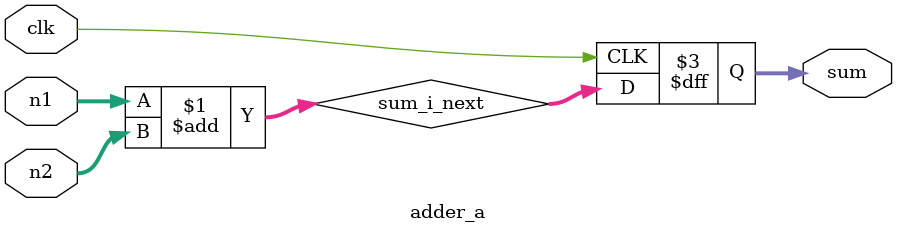
<source format=v>
`timescale 1ns/1ns
module adder_a(clk, n1, n2, sum);

input clk;
input signed [15:0] n1, n2;
output reg signed [16:0] sum;

wire signed [16:0] sum_i_next;

assign sum_i_next = n1 + n2;

always @ (posedge clk)
	sum <= sum_i_next;

endmodule

</source>
